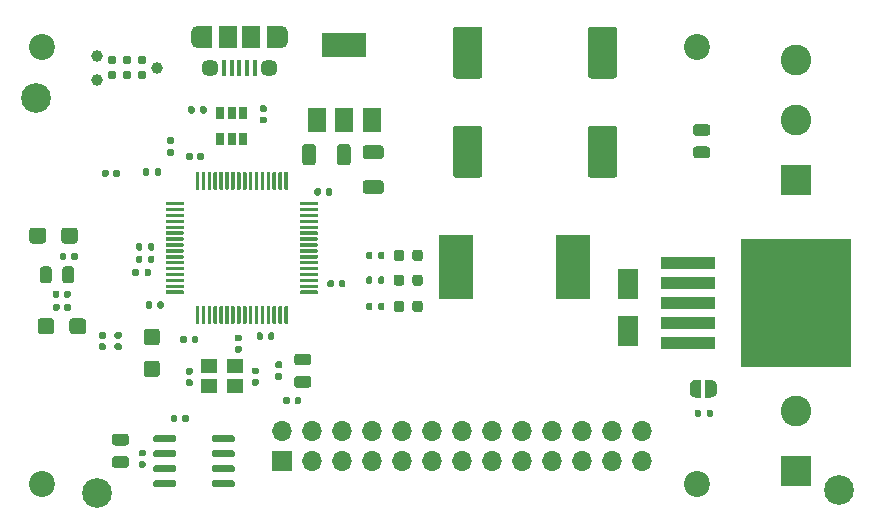
<source format=gbr>
%TF.GenerationSoftware,KiCad,Pcbnew,(5.1.9)-1*%
%TF.CreationDate,2022-08-25T12:46:07+02:00*%
%TF.ProjectId,electric_angle_actuator,656c6563-7472-4696-935f-616e676c655f,rev?*%
%TF.SameCoordinates,Original*%
%TF.FileFunction,Soldermask,Top*%
%TF.FilePolarity,Negative*%
%FSLAX46Y46*%
G04 Gerber Fmt 4.6, Leading zero omitted, Abs format (unit mm)*
G04 Created by KiCad (PCBNEW (5.1.9)-1) date 2022-08-25 12:46:07*
%MOMM*%
%LPD*%
G01*
G04 APERTURE LIST*
%ADD10C,2.520000*%
%ADD11R,1.200000X1.900000*%
%ADD12O,1.200000X1.900000*%
%ADD13R,1.500000X1.900000*%
%ADD14C,1.450000*%
%ADD15R,0.400000X1.350000*%
%ADD16O,1.700000X1.700000*%
%ADD17R,1.700000X1.700000*%
%ADD18C,2.200000*%
%ADD19R,1.500000X2.000000*%
%ADD20R,3.800000X2.000000*%
%ADD21R,9.400000X10.800000*%
%ADD22R,4.600000X1.100000*%
%ADD23R,2.900000X5.400000*%
%ADD24R,1.800000X2.500000*%
%ADD25C,0.100000*%
%ADD26R,1.400000X1.200000*%
%ADD27R,0.650000X1.060000*%
%ADD28C,0.787400*%
%ADD29C,0.990600*%
%ADD30R,2.600000X2.600000*%
%ADD31C,2.600000*%
G04 APERTURE END LIST*
D10*
%TO.C,REF\u002A\u002A*%
X196400000Y-98400000D03*
%TD*%
%TO.C,REF\u002A\u002A*%
X133600000Y-98600000D03*
%TD*%
%TO.C,REF\u002A\u002A*%
X128400000Y-65200000D03*
%TD*%
D11*
%TO.C,J1*%
X148543600Y-59976500D03*
X142743600Y-59976500D03*
D12*
X142143600Y-59976500D03*
X149143600Y-59976500D03*
D13*
X146643600Y-59976500D03*
D14*
X143143600Y-62676500D03*
D15*
X145643600Y-62676500D03*
X144993600Y-62676500D03*
X144343600Y-62676500D03*
X146943600Y-62676500D03*
X146293600Y-62676500D03*
D14*
X148143600Y-62676500D03*
D13*
X144643600Y-59976500D03*
%TD*%
%TO.C,FB1*%
G36*
G01*
X149143500Y-88075000D02*
X148798500Y-88075000D01*
G75*
G02*
X148651000Y-87927500I0J147500D01*
G01*
X148651000Y-87632500D01*
G75*
G02*
X148798500Y-87485000I147500J0D01*
G01*
X149143500Y-87485000D01*
G75*
G02*
X149291000Y-87632500I0J-147500D01*
G01*
X149291000Y-87927500D01*
G75*
G02*
X149143500Y-88075000I-147500J0D01*
G01*
G37*
G36*
G01*
X149143500Y-89045000D02*
X148798500Y-89045000D01*
G75*
G02*
X148651000Y-88897500I0J147500D01*
G01*
X148651000Y-88602500D01*
G75*
G02*
X148798500Y-88455000I147500J0D01*
G01*
X149143500Y-88455000D01*
G75*
G02*
X149291000Y-88602500I0J-147500D01*
G01*
X149291000Y-88897500D01*
G75*
G02*
X149143500Y-89045000I-147500J0D01*
G01*
G37*
%TD*%
%TO.C,C2*%
G36*
G01*
X185260000Y-68384000D02*
X184310000Y-68384000D01*
G75*
G02*
X184060000Y-68134000I0J250000D01*
G01*
X184060000Y-67634000D01*
G75*
G02*
X184310000Y-67384000I250000J0D01*
G01*
X185260000Y-67384000D01*
G75*
G02*
X185510000Y-67634000I0J-250000D01*
G01*
X185510000Y-68134000D01*
G75*
G02*
X185260000Y-68384000I-250000J0D01*
G01*
G37*
G36*
G01*
X185260000Y-70284000D02*
X184310000Y-70284000D01*
G75*
G02*
X184060000Y-70034000I0J250000D01*
G01*
X184060000Y-69534000D01*
G75*
G02*
X184310000Y-69284000I250000J0D01*
G01*
X185260000Y-69284000D01*
G75*
G02*
X185510000Y-69534000I0J-250000D01*
G01*
X185510000Y-70034000D01*
G75*
G02*
X185260000Y-70284000I-250000J0D01*
G01*
G37*
%TD*%
D16*
%TO.C,J2*%
X179768500Y-93345000D03*
X179768500Y-95885000D03*
X177228500Y-93345000D03*
X177228500Y-95885000D03*
X174688500Y-93345000D03*
X174688500Y-95885000D03*
X172148500Y-93345000D03*
X172148500Y-95885000D03*
X169608500Y-93345000D03*
X169608500Y-95885000D03*
X167068500Y-93345000D03*
X167068500Y-95885000D03*
X164528500Y-93345000D03*
X164528500Y-95885000D03*
X161988500Y-93345000D03*
X161988500Y-95885000D03*
X159448500Y-93345000D03*
X159448500Y-95885000D03*
X156908500Y-93345000D03*
X156908500Y-95885000D03*
X154368500Y-93345000D03*
X154368500Y-95885000D03*
X151828500Y-93345000D03*
X151828500Y-95885000D03*
X149288500Y-93345000D03*
D17*
X149288500Y-95885000D03*
%TD*%
%TO.C,R2*%
G36*
G01*
X137999500Y-71252500D02*
X137999500Y-71622500D01*
G75*
G02*
X137864500Y-71757500I-135000J0D01*
G01*
X137594500Y-71757500D01*
G75*
G02*
X137459500Y-71622500I0J135000D01*
G01*
X137459500Y-71252500D01*
G75*
G02*
X137594500Y-71117500I135000J0D01*
G01*
X137864500Y-71117500D01*
G75*
G02*
X137999500Y-71252500I0J-135000D01*
G01*
G37*
G36*
G01*
X139019500Y-71252500D02*
X139019500Y-71622500D01*
G75*
G02*
X138884500Y-71757500I-135000J0D01*
G01*
X138614500Y-71757500D01*
G75*
G02*
X138479500Y-71622500I0J135000D01*
G01*
X138479500Y-71252500D01*
G75*
G02*
X138614500Y-71117500I135000J0D01*
G01*
X138884500Y-71117500D01*
G75*
G02*
X139019500Y-71252500I0J-135000D01*
G01*
G37*
%TD*%
D18*
%TO.C,H4*%
X184400000Y-60900000D03*
%TD*%
%TO.C,H3*%
X184400000Y-97900000D03*
%TD*%
%TO.C,H2*%
X128900000Y-97900000D03*
%TD*%
%TO.C,H1*%
X128900000Y-60900000D03*
%TD*%
%TO.C,R7*%
G36*
G01*
X137131600Y-79774200D02*
X137131600Y-80144200D01*
G75*
G02*
X136996600Y-80279200I-135000J0D01*
G01*
X136726600Y-80279200D01*
G75*
G02*
X136591600Y-80144200I0J135000D01*
G01*
X136591600Y-79774200D01*
G75*
G02*
X136726600Y-79639200I135000J0D01*
G01*
X136996600Y-79639200D01*
G75*
G02*
X137131600Y-79774200I0J-135000D01*
G01*
G37*
G36*
G01*
X138151600Y-79774200D02*
X138151600Y-80144200D01*
G75*
G02*
X138016600Y-80279200I-135000J0D01*
G01*
X137746600Y-80279200D01*
G75*
G02*
X137611600Y-80144200I0J135000D01*
G01*
X137611600Y-79774200D01*
G75*
G02*
X137746600Y-79639200I135000J0D01*
G01*
X138016600Y-79639200D01*
G75*
G02*
X138151600Y-79774200I0J-135000D01*
G01*
G37*
%TD*%
%TO.C,R5*%
G36*
G01*
X137908000Y-79026600D02*
X137908000Y-78656600D01*
G75*
G02*
X138043000Y-78521600I135000J0D01*
G01*
X138313000Y-78521600D01*
G75*
G02*
X138448000Y-78656600I0J-135000D01*
G01*
X138448000Y-79026600D01*
G75*
G02*
X138313000Y-79161600I-135000J0D01*
G01*
X138043000Y-79161600D01*
G75*
G02*
X137908000Y-79026600I0J135000D01*
G01*
G37*
G36*
G01*
X136888000Y-79026600D02*
X136888000Y-78656600D01*
G75*
G02*
X137023000Y-78521600I135000J0D01*
G01*
X137293000Y-78521600D01*
G75*
G02*
X137428000Y-78656600I0J-135000D01*
G01*
X137428000Y-79026600D01*
G75*
G02*
X137293000Y-79161600I-135000J0D01*
G01*
X137023000Y-79161600D01*
G75*
G02*
X136888000Y-79026600I0J135000D01*
G01*
G37*
%TD*%
%TO.C,R4*%
G36*
G01*
X137908000Y-77959800D02*
X137908000Y-77589800D01*
G75*
G02*
X138043000Y-77454800I135000J0D01*
G01*
X138313000Y-77454800D01*
G75*
G02*
X138448000Y-77589800I0J-135000D01*
G01*
X138448000Y-77959800D01*
G75*
G02*
X138313000Y-78094800I-135000J0D01*
G01*
X138043000Y-78094800D01*
G75*
G02*
X137908000Y-77959800I0J135000D01*
G01*
G37*
G36*
G01*
X136888000Y-77959800D02*
X136888000Y-77589800D01*
G75*
G02*
X137023000Y-77454800I135000J0D01*
G01*
X137293000Y-77454800D01*
G75*
G02*
X137428000Y-77589800I0J-135000D01*
G01*
X137428000Y-77959800D01*
G75*
G02*
X137293000Y-78094800I-135000J0D01*
G01*
X137023000Y-78094800D01*
G75*
G02*
X136888000Y-77959800I0J135000D01*
G01*
G37*
%TD*%
%TO.C,R3*%
G36*
G01*
X139616600Y-69531200D02*
X139986600Y-69531200D01*
G75*
G02*
X140121600Y-69666200I0J-135000D01*
G01*
X140121600Y-69936200D01*
G75*
G02*
X139986600Y-70071200I-135000J0D01*
G01*
X139616600Y-70071200D01*
G75*
G02*
X139481600Y-69936200I0J135000D01*
G01*
X139481600Y-69666200D01*
G75*
G02*
X139616600Y-69531200I135000J0D01*
G01*
G37*
G36*
G01*
X139616600Y-68511200D02*
X139986600Y-68511200D01*
G75*
G02*
X140121600Y-68646200I0J-135000D01*
G01*
X140121600Y-68916200D01*
G75*
G02*
X139986600Y-69051200I-135000J0D01*
G01*
X139616600Y-69051200D01*
G75*
G02*
X139481600Y-68916200I0J135000D01*
G01*
X139481600Y-68646200D01*
G75*
G02*
X139616600Y-68511200I135000J0D01*
G01*
G37*
%TD*%
%TO.C,R6*%
G36*
G01*
X142327600Y-66377400D02*
X142327600Y-66007400D01*
G75*
G02*
X142462600Y-65872400I135000J0D01*
G01*
X142732600Y-65872400D01*
G75*
G02*
X142867600Y-66007400I0J-135000D01*
G01*
X142867600Y-66377400D01*
G75*
G02*
X142732600Y-66512400I-135000J0D01*
G01*
X142462600Y-66512400D01*
G75*
G02*
X142327600Y-66377400I0J135000D01*
G01*
G37*
G36*
G01*
X141307600Y-66377400D02*
X141307600Y-66007400D01*
G75*
G02*
X141442600Y-65872400I135000J0D01*
G01*
X141712600Y-65872400D01*
G75*
G02*
X141847600Y-66007400I0J-135000D01*
G01*
X141847600Y-66377400D01*
G75*
G02*
X141712600Y-66512400I-135000J0D01*
G01*
X141442600Y-66512400D01*
G75*
G02*
X141307600Y-66377400I0J135000D01*
G01*
G37*
%TD*%
%TO.C,C5*%
G36*
G01*
X136047500Y-94609500D02*
X135097500Y-94609500D01*
G75*
G02*
X134847500Y-94359500I0J250000D01*
G01*
X134847500Y-93859500D01*
G75*
G02*
X135097500Y-93609500I250000J0D01*
G01*
X136047500Y-93609500D01*
G75*
G02*
X136297500Y-93859500I0J-250000D01*
G01*
X136297500Y-94359500D01*
G75*
G02*
X136047500Y-94609500I-250000J0D01*
G01*
G37*
G36*
G01*
X136047500Y-96509500D02*
X135097500Y-96509500D01*
G75*
G02*
X134847500Y-96259500I0J250000D01*
G01*
X134847500Y-95759500D01*
G75*
G02*
X135097500Y-95509500I250000J0D01*
G01*
X136047500Y-95509500D01*
G75*
G02*
X136297500Y-95759500I0J-250000D01*
G01*
X136297500Y-96259500D01*
G75*
G02*
X136047500Y-96509500I-250000J0D01*
G01*
G37*
%TD*%
%TO.C,C3*%
G36*
G01*
X137244000Y-95930000D02*
X137584000Y-95930000D01*
G75*
G02*
X137724000Y-96070000I0J-140000D01*
G01*
X137724000Y-96350000D01*
G75*
G02*
X137584000Y-96490000I-140000J0D01*
G01*
X137244000Y-96490000D01*
G75*
G02*
X137104000Y-96350000I0J140000D01*
G01*
X137104000Y-96070000D01*
G75*
G02*
X137244000Y-95930000I140000J0D01*
G01*
G37*
G36*
G01*
X137244000Y-94970000D02*
X137584000Y-94970000D01*
G75*
G02*
X137724000Y-95110000I0J-140000D01*
G01*
X137724000Y-95390000D01*
G75*
G02*
X137584000Y-95530000I-140000J0D01*
G01*
X137244000Y-95530000D01*
G75*
G02*
X137104000Y-95390000I0J140000D01*
G01*
X137104000Y-95110000D01*
G75*
G02*
X137244000Y-94970000I140000J0D01*
G01*
G37*
%TD*%
%TO.C,C1*%
G36*
G01*
X140389000Y-92159000D02*
X140389000Y-92499000D01*
G75*
G02*
X140249000Y-92639000I-140000J0D01*
G01*
X139969000Y-92639000D01*
G75*
G02*
X139829000Y-92499000I0J140000D01*
G01*
X139829000Y-92159000D01*
G75*
G02*
X139969000Y-92019000I140000J0D01*
G01*
X140249000Y-92019000D01*
G75*
G02*
X140389000Y-92159000I0J-140000D01*
G01*
G37*
G36*
G01*
X141349000Y-92159000D02*
X141349000Y-92499000D01*
G75*
G02*
X141209000Y-92639000I-140000J0D01*
G01*
X140929000Y-92639000D01*
G75*
G02*
X140789000Y-92499000I0J140000D01*
G01*
X140789000Y-92159000D01*
G75*
G02*
X140929000Y-92019000I140000J0D01*
G01*
X141209000Y-92019000D01*
G75*
G02*
X141349000Y-92159000I0J-140000D01*
G01*
G37*
%TD*%
D19*
%TO.C,U5*%
X152233600Y-67031000D03*
X156833600Y-67031000D03*
X154533600Y-67031000D03*
D20*
X154533600Y-60731000D03*
%TD*%
%TO.C,C17*%
G36*
G01*
X153909600Y-70627001D02*
X153909600Y-69326999D01*
G75*
G02*
X154159599Y-69077000I249999J0D01*
G01*
X154809601Y-69077000D01*
G75*
G02*
X155059600Y-69326999I0J-249999D01*
G01*
X155059600Y-70627001D01*
G75*
G02*
X154809601Y-70877000I-249999J0D01*
G01*
X154159599Y-70877000D01*
G75*
G02*
X153909600Y-70627001I0J249999D01*
G01*
G37*
G36*
G01*
X150959600Y-70627001D02*
X150959600Y-69326999D01*
G75*
G02*
X151209599Y-69077000I249999J0D01*
G01*
X151859601Y-69077000D01*
G75*
G02*
X152109600Y-69326999I0J-249999D01*
G01*
X152109600Y-70627001D01*
G75*
G02*
X151859601Y-70877000I-249999J0D01*
G01*
X151209599Y-70877000D01*
G75*
G02*
X150959600Y-70627001I0J249999D01*
G01*
G37*
%TD*%
%TO.C,C16*%
G36*
G01*
X157622001Y-73297000D02*
X156321999Y-73297000D01*
G75*
G02*
X156072000Y-73047001I0J249999D01*
G01*
X156072000Y-72396999D01*
G75*
G02*
X156321999Y-72147000I249999J0D01*
G01*
X157622001Y-72147000D01*
G75*
G02*
X157872000Y-72396999I0J-249999D01*
G01*
X157872000Y-73047001D01*
G75*
G02*
X157622001Y-73297000I-249999J0D01*
G01*
G37*
G36*
G01*
X157622001Y-70347000D02*
X156321999Y-70347000D01*
G75*
G02*
X156072000Y-70097001I0J249999D01*
G01*
X156072000Y-69446999D01*
G75*
G02*
X156321999Y-69197000I249999J0D01*
G01*
X157622001Y-69197000D01*
G75*
G02*
X157872000Y-69446999I0J-249999D01*
G01*
X157872000Y-70097001D01*
G75*
G02*
X157622001Y-70347000I-249999J0D01*
G01*
G37*
%TD*%
%TO.C,C18*%
G36*
G01*
X147834000Y-66361800D02*
X147494000Y-66361800D01*
G75*
G02*
X147354000Y-66221800I0J140000D01*
G01*
X147354000Y-65941800D01*
G75*
G02*
X147494000Y-65801800I140000J0D01*
G01*
X147834000Y-65801800D01*
G75*
G02*
X147974000Y-65941800I0J-140000D01*
G01*
X147974000Y-66221800D01*
G75*
G02*
X147834000Y-66361800I-140000J0D01*
G01*
G37*
G36*
G01*
X147834000Y-67321800D02*
X147494000Y-67321800D01*
G75*
G02*
X147354000Y-67181800I0J140000D01*
G01*
X147354000Y-66901800D01*
G75*
G02*
X147494000Y-66761800I140000J0D01*
G01*
X147834000Y-66761800D01*
G75*
G02*
X147974000Y-66901800I0J-140000D01*
G01*
X147974000Y-67181800D01*
G75*
G02*
X147834000Y-67321800I-140000J0D01*
G01*
G37*
%TD*%
D21*
%TO.C,U2*%
X192786000Y-82550000D03*
D22*
X183636000Y-85950000D03*
X183636000Y-84250000D03*
X183636000Y-82550000D03*
X183636000Y-80850000D03*
X183636000Y-79150000D03*
%TD*%
D23*
%TO.C,L1*%
X163960000Y-79502000D03*
X173860000Y-79502000D03*
%TD*%
D24*
%TO.C,D1*%
X178562000Y-84931000D03*
X178562000Y-80931000D03*
%TD*%
%TO.C,C13*%
G36*
G01*
X165973000Y-63532000D02*
X163973000Y-63532000D01*
G75*
G02*
X163723000Y-63282000I0J250000D01*
G01*
X163723000Y-59382000D01*
G75*
G02*
X163973000Y-59132000I250000J0D01*
G01*
X165973000Y-59132000D01*
G75*
G02*
X166223000Y-59382000I0J-250000D01*
G01*
X166223000Y-63282000D01*
G75*
G02*
X165973000Y-63532000I-250000J0D01*
G01*
G37*
G36*
G01*
X165973000Y-71932000D02*
X163973000Y-71932000D01*
G75*
G02*
X163723000Y-71682000I0J250000D01*
G01*
X163723000Y-67782000D01*
G75*
G02*
X163973000Y-67532000I250000J0D01*
G01*
X165973000Y-67532000D01*
G75*
G02*
X166223000Y-67782000I0J-250000D01*
G01*
X166223000Y-71682000D01*
G75*
G02*
X165973000Y-71932000I-250000J0D01*
G01*
G37*
%TD*%
%TO.C,C4*%
G36*
G01*
X177390000Y-63532000D02*
X175390000Y-63532000D01*
G75*
G02*
X175140000Y-63282000I0J250000D01*
G01*
X175140000Y-59382000D01*
G75*
G02*
X175390000Y-59132000I250000J0D01*
G01*
X177390000Y-59132000D01*
G75*
G02*
X177640000Y-59382000I0J-250000D01*
G01*
X177640000Y-63282000D01*
G75*
G02*
X177390000Y-63532000I-250000J0D01*
G01*
G37*
G36*
G01*
X177390000Y-71932000D02*
X175390000Y-71932000D01*
G75*
G02*
X175140000Y-71682000I0J250000D01*
G01*
X175140000Y-67782000D01*
G75*
G02*
X175390000Y-67532000I250000J0D01*
G01*
X177390000Y-67532000D01*
G75*
G02*
X177640000Y-67782000I0J-250000D01*
G01*
X177640000Y-71682000D01*
G75*
G02*
X177390000Y-71932000I-250000J0D01*
G01*
G37*
%TD*%
D25*
%TO.C,JP1*%
G36*
X184262000Y-90538398D02*
G01*
X184237466Y-90538398D01*
X184188635Y-90533588D01*
X184140510Y-90524016D01*
X184093555Y-90509772D01*
X184048222Y-90490995D01*
X184004949Y-90467864D01*
X183964150Y-90440604D01*
X183926221Y-90409476D01*
X183891524Y-90374779D01*
X183860396Y-90336850D01*
X183833136Y-90296051D01*
X183810005Y-90252778D01*
X183791228Y-90207445D01*
X183776984Y-90160490D01*
X183767412Y-90112365D01*
X183762602Y-90063534D01*
X183762602Y-90039000D01*
X183762000Y-90039000D01*
X183762000Y-89539000D01*
X183762602Y-89539000D01*
X183762602Y-89514466D01*
X183767412Y-89465635D01*
X183776984Y-89417510D01*
X183791228Y-89370555D01*
X183810005Y-89325222D01*
X183833136Y-89281949D01*
X183860396Y-89241150D01*
X183891524Y-89203221D01*
X183926221Y-89168524D01*
X183964150Y-89137396D01*
X184004949Y-89110136D01*
X184048222Y-89087005D01*
X184093555Y-89068228D01*
X184140510Y-89053984D01*
X184188635Y-89044412D01*
X184237466Y-89039602D01*
X184262000Y-89039602D01*
X184262000Y-89039000D01*
X184762000Y-89039000D01*
X184762000Y-90539000D01*
X184262000Y-90539000D01*
X184262000Y-90538398D01*
G37*
G36*
X185062000Y-89039000D02*
G01*
X185562000Y-89039000D01*
X185562000Y-89039602D01*
X185586534Y-89039602D01*
X185635365Y-89044412D01*
X185683490Y-89053984D01*
X185730445Y-89068228D01*
X185775778Y-89087005D01*
X185819051Y-89110136D01*
X185859850Y-89137396D01*
X185897779Y-89168524D01*
X185932476Y-89203221D01*
X185963604Y-89241150D01*
X185990864Y-89281949D01*
X186013995Y-89325222D01*
X186032772Y-89370555D01*
X186047016Y-89417510D01*
X186056588Y-89465635D01*
X186061398Y-89514466D01*
X186061398Y-89539000D01*
X186062000Y-89539000D01*
X186062000Y-90039000D01*
X186061398Y-90039000D01*
X186061398Y-90063534D01*
X186056588Y-90112365D01*
X186047016Y-90160490D01*
X186032772Y-90207445D01*
X186013995Y-90252778D01*
X185990864Y-90296051D01*
X185963604Y-90336850D01*
X185932476Y-90374779D01*
X185897779Y-90409476D01*
X185859850Y-90440604D01*
X185819051Y-90467864D01*
X185775778Y-90490995D01*
X185730445Y-90509772D01*
X185683490Y-90524016D01*
X185635365Y-90533588D01*
X185586534Y-90538398D01*
X185562000Y-90538398D01*
X185562000Y-90539000D01*
X185062000Y-90539000D01*
X185062000Y-89039000D01*
G37*
%TD*%
%TO.C,R1*%
G36*
G01*
X184735500Y-91699500D02*
X184735500Y-92069500D01*
G75*
G02*
X184600500Y-92204500I-135000J0D01*
G01*
X184330500Y-92204500D01*
G75*
G02*
X184195500Y-92069500I0J135000D01*
G01*
X184195500Y-91699500D01*
G75*
G02*
X184330500Y-91564500I135000J0D01*
G01*
X184600500Y-91564500D01*
G75*
G02*
X184735500Y-91699500I0J-135000D01*
G01*
G37*
G36*
G01*
X185755500Y-91699500D02*
X185755500Y-92069500D01*
G75*
G02*
X185620500Y-92204500I-135000J0D01*
G01*
X185350500Y-92204500D01*
G75*
G02*
X185215500Y-92069500I0J135000D01*
G01*
X185215500Y-91699500D01*
G75*
G02*
X185350500Y-91564500I135000J0D01*
G01*
X185620500Y-91564500D01*
G75*
G02*
X185755500Y-91699500I0J-135000D01*
G01*
G37*
%TD*%
%TO.C,C23*%
G36*
G01*
X146819800Y-88970400D02*
X147159800Y-88970400D01*
G75*
G02*
X147299800Y-89110400I0J-140000D01*
G01*
X147299800Y-89390400D01*
G75*
G02*
X147159800Y-89530400I-140000J0D01*
G01*
X146819800Y-89530400D01*
G75*
G02*
X146679800Y-89390400I0J140000D01*
G01*
X146679800Y-89110400D01*
G75*
G02*
X146819800Y-88970400I140000J0D01*
G01*
G37*
G36*
G01*
X146819800Y-88010400D02*
X147159800Y-88010400D01*
G75*
G02*
X147299800Y-88150400I0J-140000D01*
G01*
X147299800Y-88430400D01*
G75*
G02*
X147159800Y-88570400I-140000J0D01*
G01*
X146819800Y-88570400D01*
G75*
G02*
X146679800Y-88430400I0J140000D01*
G01*
X146679800Y-88150400D01*
G75*
G02*
X146819800Y-88010400I140000J0D01*
G01*
G37*
%TD*%
%TO.C,C21*%
G36*
G01*
X141571800Y-88598400D02*
X141231800Y-88598400D01*
G75*
G02*
X141091800Y-88458400I0J140000D01*
G01*
X141091800Y-88178400D01*
G75*
G02*
X141231800Y-88038400I140000J0D01*
G01*
X141571800Y-88038400D01*
G75*
G02*
X141711800Y-88178400I0J-140000D01*
G01*
X141711800Y-88458400D01*
G75*
G02*
X141571800Y-88598400I-140000J0D01*
G01*
G37*
G36*
G01*
X141571800Y-89558400D02*
X141231800Y-89558400D01*
G75*
G02*
X141091800Y-89418400I0J140000D01*
G01*
X141091800Y-89138400D01*
G75*
G02*
X141231800Y-88998400I140000J0D01*
G01*
X141571800Y-88998400D01*
G75*
G02*
X141711800Y-89138400I0J-140000D01*
G01*
X141711800Y-89418400D01*
G75*
G02*
X141571800Y-89558400I-140000J0D01*
G01*
G37*
%TD*%
%TO.C,C30*%
G36*
G01*
X149914000Y-90635000D02*
X149914000Y-90975000D01*
G75*
G02*
X149774000Y-91115000I-140000J0D01*
G01*
X149494000Y-91115000D01*
G75*
G02*
X149354000Y-90975000I0J140000D01*
G01*
X149354000Y-90635000D01*
G75*
G02*
X149494000Y-90495000I140000J0D01*
G01*
X149774000Y-90495000D01*
G75*
G02*
X149914000Y-90635000I0J-140000D01*
G01*
G37*
G36*
G01*
X150874000Y-90635000D02*
X150874000Y-90975000D01*
G75*
G02*
X150734000Y-91115000I-140000J0D01*
G01*
X150454000Y-91115000D01*
G75*
G02*
X150314000Y-90975000I0J140000D01*
G01*
X150314000Y-90635000D01*
G75*
G02*
X150454000Y-90495000I140000J0D01*
G01*
X150734000Y-90495000D01*
G75*
G02*
X150874000Y-90635000I0J-140000D01*
G01*
G37*
%TD*%
%TO.C,C29*%
G36*
G01*
X148056000Y-85514000D02*
X148056000Y-85174000D01*
G75*
G02*
X148196000Y-85034000I140000J0D01*
G01*
X148476000Y-85034000D01*
G75*
G02*
X148616000Y-85174000I0J-140000D01*
G01*
X148616000Y-85514000D01*
G75*
G02*
X148476000Y-85654000I-140000J0D01*
G01*
X148196000Y-85654000D01*
G75*
G02*
X148056000Y-85514000I0J140000D01*
G01*
G37*
G36*
G01*
X147096000Y-85514000D02*
X147096000Y-85174000D01*
G75*
G02*
X147236000Y-85034000I140000J0D01*
G01*
X147516000Y-85034000D01*
G75*
G02*
X147656000Y-85174000I0J-140000D01*
G01*
X147656000Y-85514000D01*
G75*
G02*
X147516000Y-85654000I-140000J0D01*
G01*
X147236000Y-85654000D01*
G75*
G02*
X147096000Y-85514000I0J140000D01*
G01*
G37*
%TD*%
%TO.C,C27*%
G36*
G01*
X141601800Y-85793400D02*
X141601800Y-85453400D01*
G75*
G02*
X141741800Y-85313400I140000J0D01*
G01*
X142021800Y-85313400D01*
G75*
G02*
X142161800Y-85453400I0J-140000D01*
G01*
X142161800Y-85793400D01*
G75*
G02*
X142021800Y-85933400I-140000J0D01*
G01*
X141741800Y-85933400D01*
G75*
G02*
X141601800Y-85793400I0J140000D01*
G01*
G37*
G36*
G01*
X140641800Y-85793400D02*
X140641800Y-85453400D01*
G75*
G02*
X140781800Y-85313400I140000J0D01*
G01*
X141061800Y-85313400D01*
G75*
G02*
X141201800Y-85453400I0J-140000D01*
G01*
X141201800Y-85793400D01*
G75*
G02*
X141061800Y-85933400I-140000J0D01*
G01*
X140781800Y-85933400D01*
G75*
G02*
X140641800Y-85793400I0J140000D01*
G01*
G37*
%TD*%
%TO.C,C26*%
G36*
G01*
X153660500Y-80729000D02*
X153660500Y-81069000D01*
G75*
G02*
X153520500Y-81209000I-140000J0D01*
G01*
X153240500Y-81209000D01*
G75*
G02*
X153100500Y-81069000I0J140000D01*
G01*
X153100500Y-80729000D01*
G75*
G02*
X153240500Y-80589000I140000J0D01*
G01*
X153520500Y-80589000D01*
G75*
G02*
X153660500Y-80729000I0J-140000D01*
G01*
G37*
G36*
G01*
X154620500Y-80729000D02*
X154620500Y-81069000D01*
G75*
G02*
X154480500Y-81209000I-140000J0D01*
G01*
X154200500Y-81209000D01*
G75*
G02*
X154060500Y-81069000I0J140000D01*
G01*
X154060500Y-80729000D01*
G75*
G02*
X154200500Y-80589000I140000J0D01*
G01*
X154480500Y-80589000D01*
G75*
G02*
X154620500Y-80729000I0J-140000D01*
G01*
G37*
%TD*%
%TO.C,C25*%
G36*
G01*
X145712000Y-85779000D02*
X145372000Y-85779000D01*
G75*
G02*
X145232000Y-85639000I0J140000D01*
G01*
X145232000Y-85359000D01*
G75*
G02*
X145372000Y-85219000I140000J0D01*
G01*
X145712000Y-85219000D01*
G75*
G02*
X145852000Y-85359000I0J-140000D01*
G01*
X145852000Y-85639000D01*
G75*
G02*
X145712000Y-85779000I-140000J0D01*
G01*
G37*
G36*
G01*
X145712000Y-86739000D02*
X145372000Y-86739000D01*
G75*
G02*
X145232000Y-86599000I0J140000D01*
G01*
X145232000Y-86319000D01*
G75*
G02*
X145372000Y-86179000I140000J0D01*
G01*
X145712000Y-86179000D01*
G75*
G02*
X145852000Y-86319000I0J-140000D01*
G01*
X145852000Y-86599000D01*
G75*
G02*
X145712000Y-86739000I-140000J0D01*
G01*
G37*
%TD*%
%TO.C,C24*%
G36*
G01*
X152555600Y-72956600D02*
X152555600Y-73296600D01*
G75*
G02*
X152415600Y-73436600I-140000J0D01*
G01*
X152135600Y-73436600D01*
G75*
G02*
X151995600Y-73296600I0J140000D01*
G01*
X151995600Y-72956600D01*
G75*
G02*
X152135600Y-72816600I140000J0D01*
G01*
X152415600Y-72816600D01*
G75*
G02*
X152555600Y-72956600I0J-140000D01*
G01*
G37*
G36*
G01*
X153515600Y-72956600D02*
X153515600Y-73296600D01*
G75*
G02*
X153375600Y-73436600I-140000J0D01*
G01*
X153095600Y-73436600D01*
G75*
G02*
X152955600Y-73296600I0J140000D01*
G01*
X152955600Y-72956600D01*
G75*
G02*
X153095600Y-72816600I140000J0D01*
G01*
X153375600Y-72816600D01*
G75*
G02*
X153515600Y-72956600I0J-140000D01*
G01*
G37*
%TD*%
%TO.C,C22*%
G36*
G01*
X141681800Y-69959400D02*
X141681800Y-70299400D01*
G75*
G02*
X141541800Y-70439400I-140000J0D01*
G01*
X141261800Y-70439400D01*
G75*
G02*
X141121800Y-70299400I0J140000D01*
G01*
X141121800Y-69959400D01*
G75*
G02*
X141261800Y-69819400I140000J0D01*
G01*
X141541800Y-69819400D01*
G75*
G02*
X141681800Y-69959400I0J-140000D01*
G01*
G37*
G36*
G01*
X142641800Y-69959400D02*
X142641800Y-70299400D01*
G75*
G02*
X142501800Y-70439400I-140000J0D01*
G01*
X142221800Y-70439400D01*
G75*
G02*
X142081800Y-70299400I0J140000D01*
G01*
X142081800Y-69959400D01*
G75*
G02*
X142221800Y-69819400I140000J0D01*
G01*
X142501800Y-69819400D01*
G75*
G02*
X142641800Y-69959400I0J-140000D01*
G01*
G37*
%TD*%
%TO.C,C20*%
G36*
G01*
X138680800Y-82872400D02*
X138680800Y-82532400D01*
G75*
G02*
X138820800Y-82392400I140000J0D01*
G01*
X139100800Y-82392400D01*
G75*
G02*
X139240800Y-82532400I0J-140000D01*
G01*
X139240800Y-82872400D01*
G75*
G02*
X139100800Y-83012400I-140000J0D01*
G01*
X138820800Y-83012400D01*
G75*
G02*
X138680800Y-82872400I0J140000D01*
G01*
G37*
G36*
G01*
X137720800Y-82872400D02*
X137720800Y-82532400D01*
G75*
G02*
X137860800Y-82392400I140000J0D01*
G01*
X138140800Y-82392400D01*
G75*
G02*
X138280800Y-82532400I0J-140000D01*
G01*
X138280800Y-82872400D01*
G75*
G02*
X138140800Y-83012400I-140000J0D01*
G01*
X137860800Y-83012400D01*
G75*
G02*
X137720800Y-82872400I0J140000D01*
G01*
G37*
%TD*%
%TO.C,C14*%
G36*
G01*
X130820000Y-83080000D02*
X130820000Y-82740000D01*
G75*
G02*
X130960000Y-82600000I140000J0D01*
G01*
X131240000Y-82600000D01*
G75*
G02*
X131380000Y-82740000I0J-140000D01*
G01*
X131380000Y-83080000D01*
G75*
G02*
X131240000Y-83220000I-140000J0D01*
G01*
X130960000Y-83220000D01*
G75*
G02*
X130820000Y-83080000I0J140000D01*
G01*
G37*
G36*
G01*
X129860000Y-83080000D02*
X129860000Y-82740000D01*
G75*
G02*
X130000000Y-82600000I140000J0D01*
G01*
X130280000Y-82600000D01*
G75*
G02*
X130420000Y-82740000I0J-140000D01*
G01*
X130420000Y-83080000D01*
G75*
G02*
X130280000Y-83220000I-140000J0D01*
G01*
X130000000Y-83220000D01*
G75*
G02*
X129860000Y-83080000I0J140000D01*
G01*
G37*
%TD*%
%TO.C,C12*%
G36*
G01*
X134570000Y-71390000D02*
X134570000Y-71730000D01*
G75*
G02*
X134430000Y-71870000I-140000J0D01*
G01*
X134150000Y-71870000D01*
G75*
G02*
X134010000Y-71730000I0J140000D01*
G01*
X134010000Y-71390000D01*
G75*
G02*
X134150000Y-71250000I140000J0D01*
G01*
X134430000Y-71250000D01*
G75*
G02*
X134570000Y-71390000I0J-140000D01*
G01*
G37*
G36*
G01*
X135530000Y-71390000D02*
X135530000Y-71730000D01*
G75*
G02*
X135390000Y-71870000I-140000J0D01*
G01*
X135110000Y-71870000D01*
G75*
G02*
X134970000Y-71730000I0J140000D01*
G01*
X134970000Y-71390000D01*
G75*
G02*
X135110000Y-71250000I140000J0D01*
G01*
X135390000Y-71250000D01*
G75*
G02*
X135530000Y-71390000I0J-140000D01*
G01*
G37*
%TD*%
%TO.C,C9*%
G36*
G01*
X133870000Y-85960000D02*
X134210000Y-85960000D01*
G75*
G02*
X134350000Y-86100000I0J-140000D01*
G01*
X134350000Y-86380000D01*
G75*
G02*
X134210000Y-86520000I-140000J0D01*
G01*
X133870000Y-86520000D01*
G75*
G02*
X133730000Y-86380000I0J140000D01*
G01*
X133730000Y-86100000D01*
G75*
G02*
X133870000Y-85960000I140000J0D01*
G01*
G37*
G36*
G01*
X133870000Y-85000000D02*
X134210000Y-85000000D01*
G75*
G02*
X134350000Y-85140000I0J-140000D01*
G01*
X134350000Y-85420000D01*
G75*
G02*
X134210000Y-85560000I-140000J0D01*
G01*
X133870000Y-85560000D01*
G75*
G02*
X133730000Y-85420000I0J140000D01*
G01*
X133730000Y-85140000D01*
G75*
G02*
X133870000Y-85000000I140000J0D01*
G01*
G37*
%TD*%
%TO.C,C8*%
G36*
G01*
X130790000Y-81960000D02*
X130790000Y-81620000D01*
G75*
G02*
X130930000Y-81480000I140000J0D01*
G01*
X131210000Y-81480000D01*
G75*
G02*
X131350000Y-81620000I0J-140000D01*
G01*
X131350000Y-81960000D01*
G75*
G02*
X131210000Y-82100000I-140000J0D01*
G01*
X130930000Y-82100000D01*
G75*
G02*
X130790000Y-81960000I0J140000D01*
G01*
G37*
G36*
G01*
X129830000Y-81960000D02*
X129830000Y-81620000D01*
G75*
G02*
X129970000Y-81480000I140000J0D01*
G01*
X130250000Y-81480000D01*
G75*
G02*
X130390000Y-81620000I0J-140000D01*
G01*
X130390000Y-81960000D01*
G75*
G02*
X130250000Y-82100000I-140000J0D01*
G01*
X129970000Y-82100000D01*
G75*
G02*
X129830000Y-81960000I0J140000D01*
G01*
G37*
%TD*%
%TO.C,C7*%
G36*
G01*
X131388400Y-78776600D02*
X131388400Y-78436600D01*
G75*
G02*
X131528400Y-78296600I140000J0D01*
G01*
X131808400Y-78296600D01*
G75*
G02*
X131948400Y-78436600I0J-140000D01*
G01*
X131948400Y-78776600D01*
G75*
G02*
X131808400Y-78916600I-140000J0D01*
G01*
X131528400Y-78916600D01*
G75*
G02*
X131388400Y-78776600I0J140000D01*
G01*
G37*
G36*
G01*
X130428400Y-78776600D02*
X130428400Y-78436600D01*
G75*
G02*
X130568400Y-78296600I140000J0D01*
G01*
X130848400Y-78296600D01*
G75*
G02*
X130988400Y-78436600I0J-140000D01*
G01*
X130988400Y-78776600D01*
G75*
G02*
X130848400Y-78916600I-140000J0D01*
G01*
X130568400Y-78916600D01*
G75*
G02*
X130428400Y-78776600I0J140000D01*
G01*
G37*
%TD*%
%TO.C,C6*%
G36*
G01*
X135210000Y-85960000D02*
X135550000Y-85960000D01*
G75*
G02*
X135690000Y-86100000I0J-140000D01*
G01*
X135690000Y-86380000D01*
G75*
G02*
X135550000Y-86520000I-140000J0D01*
G01*
X135210000Y-86520000D01*
G75*
G02*
X135070000Y-86380000I0J140000D01*
G01*
X135070000Y-86100000D01*
G75*
G02*
X135210000Y-85960000I140000J0D01*
G01*
G37*
G36*
G01*
X135210000Y-85000000D02*
X135550000Y-85000000D01*
G75*
G02*
X135690000Y-85140000I0J-140000D01*
G01*
X135690000Y-85420000D01*
G75*
G02*
X135550000Y-85560000I-140000J0D01*
G01*
X135210000Y-85560000D01*
G75*
G02*
X135070000Y-85420000I0J140000D01*
G01*
X135070000Y-85140000D01*
G75*
G02*
X135210000Y-85000000I140000J0D01*
G01*
G37*
%TD*%
D26*
%TO.C,Y1*%
X143052800Y-87860400D03*
X145252800Y-87860400D03*
X145252800Y-89560400D03*
X143052800Y-89560400D03*
%TD*%
D27*
%TO.C,U4*%
X144983200Y-66438600D03*
X144033200Y-66438600D03*
X145933200Y-66438600D03*
X145933200Y-68638600D03*
X144983200Y-68638600D03*
X144033200Y-68638600D03*
%TD*%
%TO.C,U1*%
G36*
G01*
X143308200Y-94180800D02*
X143308200Y-93880800D01*
G75*
G02*
X143458200Y-93730800I150000J0D01*
G01*
X145108200Y-93730800D01*
G75*
G02*
X145258200Y-93880800I0J-150000D01*
G01*
X145258200Y-94180800D01*
G75*
G02*
X145108200Y-94330800I-150000J0D01*
G01*
X143458200Y-94330800D01*
G75*
G02*
X143308200Y-94180800I0J150000D01*
G01*
G37*
G36*
G01*
X143308200Y-95450800D02*
X143308200Y-95150800D01*
G75*
G02*
X143458200Y-95000800I150000J0D01*
G01*
X145108200Y-95000800D01*
G75*
G02*
X145258200Y-95150800I0J-150000D01*
G01*
X145258200Y-95450800D01*
G75*
G02*
X145108200Y-95600800I-150000J0D01*
G01*
X143458200Y-95600800D01*
G75*
G02*
X143308200Y-95450800I0J150000D01*
G01*
G37*
G36*
G01*
X143308200Y-96720800D02*
X143308200Y-96420800D01*
G75*
G02*
X143458200Y-96270800I150000J0D01*
G01*
X145108200Y-96270800D01*
G75*
G02*
X145258200Y-96420800I0J-150000D01*
G01*
X145258200Y-96720800D01*
G75*
G02*
X145108200Y-96870800I-150000J0D01*
G01*
X143458200Y-96870800D01*
G75*
G02*
X143308200Y-96720800I0J150000D01*
G01*
G37*
G36*
G01*
X143308200Y-97990800D02*
X143308200Y-97690800D01*
G75*
G02*
X143458200Y-97540800I150000J0D01*
G01*
X145108200Y-97540800D01*
G75*
G02*
X145258200Y-97690800I0J-150000D01*
G01*
X145258200Y-97990800D01*
G75*
G02*
X145108200Y-98140800I-150000J0D01*
G01*
X143458200Y-98140800D01*
G75*
G02*
X143308200Y-97990800I0J150000D01*
G01*
G37*
G36*
G01*
X138358200Y-97990800D02*
X138358200Y-97690800D01*
G75*
G02*
X138508200Y-97540800I150000J0D01*
G01*
X140158200Y-97540800D01*
G75*
G02*
X140308200Y-97690800I0J-150000D01*
G01*
X140308200Y-97990800D01*
G75*
G02*
X140158200Y-98140800I-150000J0D01*
G01*
X138508200Y-98140800D01*
G75*
G02*
X138358200Y-97990800I0J150000D01*
G01*
G37*
G36*
G01*
X138358200Y-96720800D02*
X138358200Y-96420800D01*
G75*
G02*
X138508200Y-96270800I150000J0D01*
G01*
X140158200Y-96270800D01*
G75*
G02*
X140308200Y-96420800I0J-150000D01*
G01*
X140308200Y-96720800D01*
G75*
G02*
X140158200Y-96870800I-150000J0D01*
G01*
X138508200Y-96870800D01*
G75*
G02*
X138358200Y-96720800I0J150000D01*
G01*
G37*
G36*
G01*
X138358200Y-95450800D02*
X138358200Y-95150800D01*
G75*
G02*
X138508200Y-95000800I150000J0D01*
G01*
X140158200Y-95000800D01*
G75*
G02*
X140308200Y-95150800I0J-150000D01*
G01*
X140308200Y-95450800D01*
G75*
G02*
X140158200Y-95600800I-150000J0D01*
G01*
X138508200Y-95600800D01*
G75*
G02*
X138358200Y-95450800I0J150000D01*
G01*
G37*
G36*
G01*
X138358200Y-94180800D02*
X138358200Y-93880800D01*
G75*
G02*
X138508200Y-93730800I150000J0D01*
G01*
X140158200Y-93730800D01*
G75*
G02*
X140308200Y-93880800I0J-150000D01*
G01*
X140308200Y-94180800D01*
G75*
G02*
X140158200Y-94330800I-150000J0D01*
G01*
X138508200Y-94330800D01*
G75*
G02*
X138358200Y-94180800I0J150000D01*
G01*
G37*
%TD*%
D28*
%TO.C,J3*%
X134874000Y-63246000D03*
X134874000Y-61976000D03*
X136144000Y-63246000D03*
X136144000Y-61976000D03*
X137414000Y-63246000D03*
X137414000Y-61976000D03*
D29*
X138684000Y-62611000D03*
X133604000Y-61595000D03*
X133604000Y-63627000D03*
%TD*%
%TO.C,U6*%
G36*
G01*
X140871800Y-81776400D02*
X139471800Y-81776400D01*
G75*
G02*
X139396800Y-81701400I0J75000D01*
G01*
X139396800Y-81551400D01*
G75*
G02*
X139471800Y-81476400I75000J0D01*
G01*
X140871800Y-81476400D01*
G75*
G02*
X140946800Y-81551400I0J-75000D01*
G01*
X140946800Y-81701400D01*
G75*
G02*
X140871800Y-81776400I-75000J0D01*
G01*
G37*
G36*
G01*
X140871800Y-81276400D02*
X139471800Y-81276400D01*
G75*
G02*
X139396800Y-81201400I0J75000D01*
G01*
X139396800Y-81051400D01*
G75*
G02*
X139471800Y-80976400I75000J0D01*
G01*
X140871800Y-80976400D01*
G75*
G02*
X140946800Y-81051400I0J-75000D01*
G01*
X140946800Y-81201400D01*
G75*
G02*
X140871800Y-81276400I-75000J0D01*
G01*
G37*
G36*
G01*
X140871800Y-80776400D02*
X139471800Y-80776400D01*
G75*
G02*
X139396800Y-80701400I0J75000D01*
G01*
X139396800Y-80551400D01*
G75*
G02*
X139471800Y-80476400I75000J0D01*
G01*
X140871800Y-80476400D01*
G75*
G02*
X140946800Y-80551400I0J-75000D01*
G01*
X140946800Y-80701400D01*
G75*
G02*
X140871800Y-80776400I-75000J0D01*
G01*
G37*
G36*
G01*
X140871800Y-80276400D02*
X139471800Y-80276400D01*
G75*
G02*
X139396800Y-80201400I0J75000D01*
G01*
X139396800Y-80051400D01*
G75*
G02*
X139471800Y-79976400I75000J0D01*
G01*
X140871800Y-79976400D01*
G75*
G02*
X140946800Y-80051400I0J-75000D01*
G01*
X140946800Y-80201400D01*
G75*
G02*
X140871800Y-80276400I-75000J0D01*
G01*
G37*
G36*
G01*
X140871800Y-79776400D02*
X139471800Y-79776400D01*
G75*
G02*
X139396800Y-79701400I0J75000D01*
G01*
X139396800Y-79551400D01*
G75*
G02*
X139471800Y-79476400I75000J0D01*
G01*
X140871800Y-79476400D01*
G75*
G02*
X140946800Y-79551400I0J-75000D01*
G01*
X140946800Y-79701400D01*
G75*
G02*
X140871800Y-79776400I-75000J0D01*
G01*
G37*
G36*
G01*
X140871800Y-79276400D02*
X139471800Y-79276400D01*
G75*
G02*
X139396800Y-79201400I0J75000D01*
G01*
X139396800Y-79051400D01*
G75*
G02*
X139471800Y-78976400I75000J0D01*
G01*
X140871800Y-78976400D01*
G75*
G02*
X140946800Y-79051400I0J-75000D01*
G01*
X140946800Y-79201400D01*
G75*
G02*
X140871800Y-79276400I-75000J0D01*
G01*
G37*
G36*
G01*
X140871800Y-78776400D02*
X139471800Y-78776400D01*
G75*
G02*
X139396800Y-78701400I0J75000D01*
G01*
X139396800Y-78551400D01*
G75*
G02*
X139471800Y-78476400I75000J0D01*
G01*
X140871800Y-78476400D01*
G75*
G02*
X140946800Y-78551400I0J-75000D01*
G01*
X140946800Y-78701400D01*
G75*
G02*
X140871800Y-78776400I-75000J0D01*
G01*
G37*
G36*
G01*
X140871800Y-78276400D02*
X139471800Y-78276400D01*
G75*
G02*
X139396800Y-78201400I0J75000D01*
G01*
X139396800Y-78051400D01*
G75*
G02*
X139471800Y-77976400I75000J0D01*
G01*
X140871800Y-77976400D01*
G75*
G02*
X140946800Y-78051400I0J-75000D01*
G01*
X140946800Y-78201400D01*
G75*
G02*
X140871800Y-78276400I-75000J0D01*
G01*
G37*
G36*
G01*
X140871800Y-77776400D02*
X139471800Y-77776400D01*
G75*
G02*
X139396800Y-77701400I0J75000D01*
G01*
X139396800Y-77551400D01*
G75*
G02*
X139471800Y-77476400I75000J0D01*
G01*
X140871800Y-77476400D01*
G75*
G02*
X140946800Y-77551400I0J-75000D01*
G01*
X140946800Y-77701400D01*
G75*
G02*
X140871800Y-77776400I-75000J0D01*
G01*
G37*
G36*
G01*
X140871800Y-77276400D02*
X139471800Y-77276400D01*
G75*
G02*
X139396800Y-77201400I0J75000D01*
G01*
X139396800Y-77051400D01*
G75*
G02*
X139471800Y-76976400I75000J0D01*
G01*
X140871800Y-76976400D01*
G75*
G02*
X140946800Y-77051400I0J-75000D01*
G01*
X140946800Y-77201400D01*
G75*
G02*
X140871800Y-77276400I-75000J0D01*
G01*
G37*
G36*
G01*
X140871800Y-76776400D02*
X139471800Y-76776400D01*
G75*
G02*
X139396800Y-76701400I0J75000D01*
G01*
X139396800Y-76551400D01*
G75*
G02*
X139471800Y-76476400I75000J0D01*
G01*
X140871800Y-76476400D01*
G75*
G02*
X140946800Y-76551400I0J-75000D01*
G01*
X140946800Y-76701400D01*
G75*
G02*
X140871800Y-76776400I-75000J0D01*
G01*
G37*
G36*
G01*
X140871800Y-76276400D02*
X139471800Y-76276400D01*
G75*
G02*
X139396800Y-76201400I0J75000D01*
G01*
X139396800Y-76051400D01*
G75*
G02*
X139471800Y-75976400I75000J0D01*
G01*
X140871800Y-75976400D01*
G75*
G02*
X140946800Y-76051400I0J-75000D01*
G01*
X140946800Y-76201400D01*
G75*
G02*
X140871800Y-76276400I-75000J0D01*
G01*
G37*
G36*
G01*
X140871800Y-75776400D02*
X139471800Y-75776400D01*
G75*
G02*
X139396800Y-75701400I0J75000D01*
G01*
X139396800Y-75551400D01*
G75*
G02*
X139471800Y-75476400I75000J0D01*
G01*
X140871800Y-75476400D01*
G75*
G02*
X140946800Y-75551400I0J-75000D01*
G01*
X140946800Y-75701400D01*
G75*
G02*
X140871800Y-75776400I-75000J0D01*
G01*
G37*
G36*
G01*
X140871800Y-75276400D02*
X139471800Y-75276400D01*
G75*
G02*
X139396800Y-75201400I0J75000D01*
G01*
X139396800Y-75051400D01*
G75*
G02*
X139471800Y-74976400I75000J0D01*
G01*
X140871800Y-74976400D01*
G75*
G02*
X140946800Y-75051400I0J-75000D01*
G01*
X140946800Y-75201400D01*
G75*
G02*
X140871800Y-75276400I-75000J0D01*
G01*
G37*
G36*
G01*
X140871800Y-74776400D02*
X139471800Y-74776400D01*
G75*
G02*
X139396800Y-74701400I0J75000D01*
G01*
X139396800Y-74551400D01*
G75*
G02*
X139471800Y-74476400I75000J0D01*
G01*
X140871800Y-74476400D01*
G75*
G02*
X140946800Y-74551400I0J-75000D01*
G01*
X140946800Y-74701400D01*
G75*
G02*
X140871800Y-74776400I-75000J0D01*
G01*
G37*
G36*
G01*
X140871800Y-74276400D02*
X139471800Y-74276400D01*
G75*
G02*
X139396800Y-74201400I0J75000D01*
G01*
X139396800Y-74051400D01*
G75*
G02*
X139471800Y-73976400I75000J0D01*
G01*
X140871800Y-73976400D01*
G75*
G02*
X140946800Y-74051400I0J-75000D01*
G01*
X140946800Y-74201400D01*
G75*
G02*
X140871800Y-74276400I-75000J0D01*
G01*
G37*
G36*
G01*
X142171800Y-72976400D02*
X142021800Y-72976400D01*
G75*
G02*
X141946800Y-72901400I0J75000D01*
G01*
X141946800Y-71501400D01*
G75*
G02*
X142021800Y-71426400I75000J0D01*
G01*
X142171800Y-71426400D01*
G75*
G02*
X142246800Y-71501400I0J-75000D01*
G01*
X142246800Y-72901400D01*
G75*
G02*
X142171800Y-72976400I-75000J0D01*
G01*
G37*
G36*
G01*
X142671800Y-72976400D02*
X142521800Y-72976400D01*
G75*
G02*
X142446800Y-72901400I0J75000D01*
G01*
X142446800Y-71501400D01*
G75*
G02*
X142521800Y-71426400I75000J0D01*
G01*
X142671800Y-71426400D01*
G75*
G02*
X142746800Y-71501400I0J-75000D01*
G01*
X142746800Y-72901400D01*
G75*
G02*
X142671800Y-72976400I-75000J0D01*
G01*
G37*
G36*
G01*
X143171800Y-72976400D02*
X143021800Y-72976400D01*
G75*
G02*
X142946800Y-72901400I0J75000D01*
G01*
X142946800Y-71501400D01*
G75*
G02*
X143021800Y-71426400I75000J0D01*
G01*
X143171800Y-71426400D01*
G75*
G02*
X143246800Y-71501400I0J-75000D01*
G01*
X143246800Y-72901400D01*
G75*
G02*
X143171800Y-72976400I-75000J0D01*
G01*
G37*
G36*
G01*
X143671800Y-72976400D02*
X143521800Y-72976400D01*
G75*
G02*
X143446800Y-72901400I0J75000D01*
G01*
X143446800Y-71501400D01*
G75*
G02*
X143521800Y-71426400I75000J0D01*
G01*
X143671800Y-71426400D01*
G75*
G02*
X143746800Y-71501400I0J-75000D01*
G01*
X143746800Y-72901400D01*
G75*
G02*
X143671800Y-72976400I-75000J0D01*
G01*
G37*
G36*
G01*
X144171800Y-72976400D02*
X144021800Y-72976400D01*
G75*
G02*
X143946800Y-72901400I0J75000D01*
G01*
X143946800Y-71501400D01*
G75*
G02*
X144021800Y-71426400I75000J0D01*
G01*
X144171800Y-71426400D01*
G75*
G02*
X144246800Y-71501400I0J-75000D01*
G01*
X144246800Y-72901400D01*
G75*
G02*
X144171800Y-72976400I-75000J0D01*
G01*
G37*
G36*
G01*
X144671800Y-72976400D02*
X144521800Y-72976400D01*
G75*
G02*
X144446800Y-72901400I0J75000D01*
G01*
X144446800Y-71501400D01*
G75*
G02*
X144521800Y-71426400I75000J0D01*
G01*
X144671800Y-71426400D01*
G75*
G02*
X144746800Y-71501400I0J-75000D01*
G01*
X144746800Y-72901400D01*
G75*
G02*
X144671800Y-72976400I-75000J0D01*
G01*
G37*
G36*
G01*
X145171800Y-72976400D02*
X145021800Y-72976400D01*
G75*
G02*
X144946800Y-72901400I0J75000D01*
G01*
X144946800Y-71501400D01*
G75*
G02*
X145021800Y-71426400I75000J0D01*
G01*
X145171800Y-71426400D01*
G75*
G02*
X145246800Y-71501400I0J-75000D01*
G01*
X145246800Y-72901400D01*
G75*
G02*
X145171800Y-72976400I-75000J0D01*
G01*
G37*
G36*
G01*
X145671800Y-72976400D02*
X145521800Y-72976400D01*
G75*
G02*
X145446800Y-72901400I0J75000D01*
G01*
X145446800Y-71501400D01*
G75*
G02*
X145521800Y-71426400I75000J0D01*
G01*
X145671800Y-71426400D01*
G75*
G02*
X145746800Y-71501400I0J-75000D01*
G01*
X145746800Y-72901400D01*
G75*
G02*
X145671800Y-72976400I-75000J0D01*
G01*
G37*
G36*
G01*
X146171800Y-72976400D02*
X146021800Y-72976400D01*
G75*
G02*
X145946800Y-72901400I0J75000D01*
G01*
X145946800Y-71501400D01*
G75*
G02*
X146021800Y-71426400I75000J0D01*
G01*
X146171800Y-71426400D01*
G75*
G02*
X146246800Y-71501400I0J-75000D01*
G01*
X146246800Y-72901400D01*
G75*
G02*
X146171800Y-72976400I-75000J0D01*
G01*
G37*
G36*
G01*
X146671800Y-72976400D02*
X146521800Y-72976400D01*
G75*
G02*
X146446800Y-72901400I0J75000D01*
G01*
X146446800Y-71501400D01*
G75*
G02*
X146521800Y-71426400I75000J0D01*
G01*
X146671800Y-71426400D01*
G75*
G02*
X146746800Y-71501400I0J-75000D01*
G01*
X146746800Y-72901400D01*
G75*
G02*
X146671800Y-72976400I-75000J0D01*
G01*
G37*
G36*
G01*
X147171800Y-72976400D02*
X147021800Y-72976400D01*
G75*
G02*
X146946800Y-72901400I0J75000D01*
G01*
X146946800Y-71501400D01*
G75*
G02*
X147021800Y-71426400I75000J0D01*
G01*
X147171800Y-71426400D01*
G75*
G02*
X147246800Y-71501400I0J-75000D01*
G01*
X147246800Y-72901400D01*
G75*
G02*
X147171800Y-72976400I-75000J0D01*
G01*
G37*
G36*
G01*
X147671800Y-72976400D02*
X147521800Y-72976400D01*
G75*
G02*
X147446800Y-72901400I0J75000D01*
G01*
X147446800Y-71501400D01*
G75*
G02*
X147521800Y-71426400I75000J0D01*
G01*
X147671800Y-71426400D01*
G75*
G02*
X147746800Y-71501400I0J-75000D01*
G01*
X147746800Y-72901400D01*
G75*
G02*
X147671800Y-72976400I-75000J0D01*
G01*
G37*
G36*
G01*
X148171800Y-72976400D02*
X148021800Y-72976400D01*
G75*
G02*
X147946800Y-72901400I0J75000D01*
G01*
X147946800Y-71501400D01*
G75*
G02*
X148021800Y-71426400I75000J0D01*
G01*
X148171800Y-71426400D01*
G75*
G02*
X148246800Y-71501400I0J-75000D01*
G01*
X148246800Y-72901400D01*
G75*
G02*
X148171800Y-72976400I-75000J0D01*
G01*
G37*
G36*
G01*
X148671800Y-72976400D02*
X148521800Y-72976400D01*
G75*
G02*
X148446800Y-72901400I0J75000D01*
G01*
X148446800Y-71501400D01*
G75*
G02*
X148521800Y-71426400I75000J0D01*
G01*
X148671800Y-71426400D01*
G75*
G02*
X148746800Y-71501400I0J-75000D01*
G01*
X148746800Y-72901400D01*
G75*
G02*
X148671800Y-72976400I-75000J0D01*
G01*
G37*
G36*
G01*
X149171800Y-72976400D02*
X149021800Y-72976400D01*
G75*
G02*
X148946800Y-72901400I0J75000D01*
G01*
X148946800Y-71501400D01*
G75*
G02*
X149021800Y-71426400I75000J0D01*
G01*
X149171800Y-71426400D01*
G75*
G02*
X149246800Y-71501400I0J-75000D01*
G01*
X149246800Y-72901400D01*
G75*
G02*
X149171800Y-72976400I-75000J0D01*
G01*
G37*
G36*
G01*
X149671800Y-72976400D02*
X149521800Y-72976400D01*
G75*
G02*
X149446800Y-72901400I0J75000D01*
G01*
X149446800Y-71501400D01*
G75*
G02*
X149521800Y-71426400I75000J0D01*
G01*
X149671800Y-71426400D01*
G75*
G02*
X149746800Y-71501400I0J-75000D01*
G01*
X149746800Y-72901400D01*
G75*
G02*
X149671800Y-72976400I-75000J0D01*
G01*
G37*
G36*
G01*
X152221800Y-74276400D02*
X150821800Y-74276400D01*
G75*
G02*
X150746800Y-74201400I0J75000D01*
G01*
X150746800Y-74051400D01*
G75*
G02*
X150821800Y-73976400I75000J0D01*
G01*
X152221800Y-73976400D01*
G75*
G02*
X152296800Y-74051400I0J-75000D01*
G01*
X152296800Y-74201400D01*
G75*
G02*
X152221800Y-74276400I-75000J0D01*
G01*
G37*
G36*
G01*
X152221800Y-74776400D02*
X150821800Y-74776400D01*
G75*
G02*
X150746800Y-74701400I0J75000D01*
G01*
X150746800Y-74551400D01*
G75*
G02*
X150821800Y-74476400I75000J0D01*
G01*
X152221800Y-74476400D01*
G75*
G02*
X152296800Y-74551400I0J-75000D01*
G01*
X152296800Y-74701400D01*
G75*
G02*
X152221800Y-74776400I-75000J0D01*
G01*
G37*
G36*
G01*
X152221800Y-75276400D02*
X150821800Y-75276400D01*
G75*
G02*
X150746800Y-75201400I0J75000D01*
G01*
X150746800Y-75051400D01*
G75*
G02*
X150821800Y-74976400I75000J0D01*
G01*
X152221800Y-74976400D01*
G75*
G02*
X152296800Y-75051400I0J-75000D01*
G01*
X152296800Y-75201400D01*
G75*
G02*
X152221800Y-75276400I-75000J0D01*
G01*
G37*
G36*
G01*
X152221800Y-75776400D02*
X150821800Y-75776400D01*
G75*
G02*
X150746800Y-75701400I0J75000D01*
G01*
X150746800Y-75551400D01*
G75*
G02*
X150821800Y-75476400I75000J0D01*
G01*
X152221800Y-75476400D01*
G75*
G02*
X152296800Y-75551400I0J-75000D01*
G01*
X152296800Y-75701400D01*
G75*
G02*
X152221800Y-75776400I-75000J0D01*
G01*
G37*
G36*
G01*
X152221800Y-76276400D02*
X150821800Y-76276400D01*
G75*
G02*
X150746800Y-76201400I0J75000D01*
G01*
X150746800Y-76051400D01*
G75*
G02*
X150821800Y-75976400I75000J0D01*
G01*
X152221800Y-75976400D01*
G75*
G02*
X152296800Y-76051400I0J-75000D01*
G01*
X152296800Y-76201400D01*
G75*
G02*
X152221800Y-76276400I-75000J0D01*
G01*
G37*
G36*
G01*
X152221800Y-76776400D02*
X150821800Y-76776400D01*
G75*
G02*
X150746800Y-76701400I0J75000D01*
G01*
X150746800Y-76551400D01*
G75*
G02*
X150821800Y-76476400I75000J0D01*
G01*
X152221800Y-76476400D01*
G75*
G02*
X152296800Y-76551400I0J-75000D01*
G01*
X152296800Y-76701400D01*
G75*
G02*
X152221800Y-76776400I-75000J0D01*
G01*
G37*
G36*
G01*
X152221800Y-77276400D02*
X150821800Y-77276400D01*
G75*
G02*
X150746800Y-77201400I0J75000D01*
G01*
X150746800Y-77051400D01*
G75*
G02*
X150821800Y-76976400I75000J0D01*
G01*
X152221800Y-76976400D01*
G75*
G02*
X152296800Y-77051400I0J-75000D01*
G01*
X152296800Y-77201400D01*
G75*
G02*
X152221800Y-77276400I-75000J0D01*
G01*
G37*
G36*
G01*
X152221800Y-77776400D02*
X150821800Y-77776400D01*
G75*
G02*
X150746800Y-77701400I0J75000D01*
G01*
X150746800Y-77551400D01*
G75*
G02*
X150821800Y-77476400I75000J0D01*
G01*
X152221800Y-77476400D01*
G75*
G02*
X152296800Y-77551400I0J-75000D01*
G01*
X152296800Y-77701400D01*
G75*
G02*
X152221800Y-77776400I-75000J0D01*
G01*
G37*
G36*
G01*
X152221800Y-78276400D02*
X150821800Y-78276400D01*
G75*
G02*
X150746800Y-78201400I0J75000D01*
G01*
X150746800Y-78051400D01*
G75*
G02*
X150821800Y-77976400I75000J0D01*
G01*
X152221800Y-77976400D01*
G75*
G02*
X152296800Y-78051400I0J-75000D01*
G01*
X152296800Y-78201400D01*
G75*
G02*
X152221800Y-78276400I-75000J0D01*
G01*
G37*
G36*
G01*
X152221800Y-78776400D02*
X150821800Y-78776400D01*
G75*
G02*
X150746800Y-78701400I0J75000D01*
G01*
X150746800Y-78551400D01*
G75*
G02*
X150821800Y-78476400I75000J0D01*
G01*
X152221800Y-78476400D01*
G75*
G02*
X152296800Y-78551400I0J-75000D01*
G01*
X152296800Y-78701400D01*
G75*
G02*
X152221800Y-78776400I-75000J0D01*
G01*
G37*
G36*
G01*
X152221800Y-79276400D02*
X150821800Y-79276400D01*
G75*
G02*
X150746800Y-79201400I0J75000D01*
G01*
X150746800Y-79051400D01*
G75*
G02*
X150821800Y-78976400I75000J0D01*
G01*
X152221800Y-78976400D01*
G75*
G02*
X152296800Y-79051400I0J-75000D01*
G01*
X152296800Y-79201400D01*
G75*
G02*
X152221800Y-79276400I-75000J0D01*
G01*
G37*
G36*
G01*
X152221800Y-79776400D02*
X150821800Y-79776400D01*
G75*
G02*
X150746800Y-79701400I0J75000D01*
G01*
X150746800Y-79551400D01*
G75*
G02*
X150821800Y-79476400I75000J0D01*
G01*
X152221800Y-79476400D01*
G75*
G02*
X152296800Y-79551400I0J-75000D01*
G01*
X152296800Y-79701400D01*
G75*
G02*
X152221800Y-79776400I-75000J0D01*
G01*
G37*
G36*
G01*
X152221800Y-80276400D02*
X150821800Y-80276400D01*
G75*
G02*
X150746800Y-80201400I0J75000D01*
G01*
X150746800Y-80051400D01*
G75*
G02*
X150821800Y-79976400I75000J0D01*
G01*
X152221800Y-79976400D01*
G75*
G02*
X152296800Y-80051400I0J-75000D01*
G01*
X152296800Y-80201400D01*
G75*
G02*
X152221800Y-80276400I-75000J0D01*
G01*
G37*
G36*
G01*
X152221800Y-80776400D02*
X150821800Y-80776400D01*
G75*
G02*
X150746800Y-80701400I0J75000D01*
G01*
X150746800Y-80551400D01*
G75*
G02*
X150821800Y-80476400I75000J0D01*
G01*
X152221800Y-80476400D01*
G75*
G02*
X152296800Y-80551400I0J-75000D01*
G01*
X152296800Y-80701400D01*
G75*
G02*
X152221800Y-80776400I-75000J0D01*
G01*
G37*
G36*
G01*
X152221800Y-81276400D02*
X150821800Y-81276400D01*
G75*
G02*
X150746800Y-81201400I0J75000D01*
G01*
X150746800Y-81051400D01*
G75*
G02*
X150821800Y-80976400I75000J0D01*
G01*
X152221800Y-80976400D01*
G75*
G02*
X152296800Y-81051400I0J-75000D01*
G01*
X152296800Y-81201400D01*
G75*
G02*
X152221800Y-81276400I-75000J0D01*
G01*
G37*
G36*
G01*
X152221800Y-81776400D02*
X150821800Y-81776400D01*
G75*
G02*
X150746800Y-81701400I0J75000D01*
G01*
X150746800Y-81551400D01*
G75*
G02*
X150821800Y-81476400I75000J0D01*
G01*
X152221800Y-81476400D01*
G75*
G02*
X152296800Y-81551400I0J-75000D01*
G01*
X152296800Y-81701400D01*
G75*
G02*
X152221800Y-81776400I-75000J0D01*
G01*
G37*
G36*
G01*
X149671800Y-84326400D02*
X149521800Y-84326400D01*
G75*
G02*
X149446800Y-84251400I0J75000D01*
G01*
X149446800Y-82851400D01*
G75*
G02*
X149521800Y-82776400I75000J0D01*
G01*
X149671800Y-82776400D01*
G75*
G02*
X149746800Y-82851400I0J-75000D01*
G01*
X149746800Y-84251400D01*
G75*
G02*
X149671800Y-84326400I-75000J0D01*
G01*
G37*
G36*
G01*
X149171800Y-84326400D02*
X149021800Y-84326400D01*
G75*
G02*
X148946800Y-84251400I0J75000D01*
G01*
X148946800Y-82851400D01*
G75*
G02*
X149021800Y-82776400I75000J0D01*
G01*
X149171800Y-82776400D01*
G75*
G02*
X149246800Y-82851400I0J-75000D01*
G01*
X149246800Y-84251400D01*
G75*
G02*
X149171800Y-84326400I-75000J0D01*
G01*
G37*
G36*
G01*
X148671800Y-84326400D02*
X148521800Y-84326400D01*
G75*
G02*
X148446800Y-84251400I0J75000D01*
G01*
X148446800Y-82851400D01*
G75*
G02*
X148521800Y-82776400I75000J0D01*
G01*
X148671800Y-82776400D01*
G75*
G02*
X148746800Y-82851400I0J-75000D01*
G01*
X148746800Y-84251400D01*
G75*
G02*
X148671800Y-84326400I-75000J0D01*
G01*
G37*
G36*
G01*
X148171800Y-84326400D02*
X148021800Y-84326400D01*
G75*
G02*
X147946800Y-84251400I0J75000D01*
G01*
X147946800Y-82851400D01*
G75*
G02*
X148021800Y-82776400I75000J0D01*
G01*
X148171800Y-82776400D01*
G75*
G02*
X148246800Y-82851400I0J-75000D01*
G01*
X148246800Y-84251400D01*
G75*
G02*
X148171800Y-84326400I-75000J0D01*
G01*
G37*
G36*
G01*
X147671800Y-84326400D02*
X147521800Y-84326400D01*
G75*
G02*
X147446800Y-84251400I0J75000D01*
G01*
X147446800Y-82851400D01*
G75*
G02*
X147521800Y-82776400I75000J0D01*
G01*
X147671800Y-82776400D01*
G75*
G02*
X147746800Y-82851400I0J-75000D01*
G01*
X147746800Y-84251400D01*
G75*
G02*
X147671800Y-84326400I-75000J0D01*
G01*
G37*
G36*
G01*
X147171800Y-84326400D02*
X147021800Y-84326400D01*
G75*
G02*
X146946800Y-84251400I0J75000D01*
G01*
X146946800Y-82851400D01*
G75*
G02*
X147021800Y-82776400I75000J0D01*
G01*
X147171800Y-82776400D01*
G75*
G02*
X147246800Y-82851400I0J-75000D01*
G01*
X147246800Y-84251400D01*
G75*
G02*
X147171800Y-84326400I-75000J0D01*
G01*
G37*
G36*
G01*
X146671800Y-84326400D02*
X146521800Y-84326400D01*
G75*
G02*
X146446800Y-84251400I0J75000D01*
G01*
X146446800Y-82851400D01*
G75*
G02*
X146521800Y-82776400I75000J0D01*
G01*
X146671800Y-82776400D01*
G75*
G02*
X146746800Y-82851400I0J-75000D01*
G01*
X146746800Y-84251400D01*
G75*
G02*
X146671800Y-84326400I-75000J0D01*
G01*
G37*
G36*
G01*
X146171800Y-84326400D02*
X146021800Y-84326400D01*
G75*
G02*
X145946800Y-84251400I0J75000D01*
G01*
X145946800Y-82851400D01*
G75*
G02*
X146021800Y-82776400I75000J0D01*
G01*
X146171800Y-82776400D01*
G75*
G02*
X146246800Y-82851400I0J-75000D01*
G01*
X146246800Y-84251400D01*
G75*
G02*
X146171800Y-84326400I-75000J0D01*
G01*
G37*
G36*
G01*
X145671800Y-84326400D02*
X145521800Y-84326400D01*
G75*
G02*
X145446800Y-84251400I0J75000D01*
G01*
X145446800Y-82851400D01*
G75*
G02*
X145521800Y-82776400I75000J0D01*
G01*
X145671800Y-82776400D01*
G75*
G02*
X145746800Y-82851400I0J-75000D01*
G01*
X145746800Y-84251400D01*
G75*
G02*
X145671800Y-84326400I-75000J0D01*
G01*
G37*
G36*
G01*
X145171800Y-84326400D02*
X145021800Y-84326400D01*
G75*
G02*
X144946800Y-84251400I0J75000D01*
G01*
X144946800Y-82851400D01*
G75*
G02*
X145021800Y-82776400I75000J0D01*
G01*
X145171800Y-82776400D01*
G75*
G02*
X145246800Y-82851400I0J-75000D01*
G01*
X145246800Y-84251400D01*
G75*
G02*
X145171800Y-84326400I-75000J0D01*
G01*
G37*
G36*
G01*
X144671800Y-84326400D02*
X144521800Y-84326400D01*
G75*
G02*
X144446800Y-84251400I0J75000D01*
G01*
X144446800Y-82851400D01*
G75*
G02*
X144521800Y-82776400I75000J0D01*
G01*
X144671800Y-82776400D01*
G75*
G02*
X144746800Y-82851400I0J-75000D01*
G01*
X144746800Y-84251400D01*
G75*
G02*
X144671800Y-84326400I-75000J0D01*
G01*
G37*
G36*
G01*
X144171800Y-84326400D02*
X144021800Y-84326400D01*
G75*
G02*
X143946800Y-84251400I0J75000D01*
G01*
X143946800Y-82851400D01*
G75*
G02*
X144021800Y-82776400I75000J0D01*
G01*
X144171800Y-82776400D01*
G75*
G02*
X144246800Y-82851400I0J-75000D01*
G01*
X144246800Y-84251400D01*
G75*
G02*
X144171800Y-84326400I-75000J0D01*
G01*
G37*
G36*
G01*
X143671800Y-84326400D02*
X143521800Y-84326400D01*
G75*
G02*
X143446800Y-84251400I0J75000D01*
G01*
X143446800Y-82851400D01*
G75*
G02*
X143521800Y-82776400I75000J0D01*
G01*
X143671800Y-82776400D01*
G75*
G02*
X143746800Y-82851400I0J-75000D01*
G01*
X143746800Y-84251400D01*
G75*
G02*
X143671800Y-84326400I-75000J0D01*
G01*
G37*
G36*
G01*
X143171800Y-84326400D02*
X143021800Y-84326400D01*
G75*
G02*
X142946800Y-84251400I0J75000D01*
G01*
X142946800Y-82851400D01*
G75*
G02*
X143021800Y-82776400I75000J0D01*
G01*
X143171800Y-82776400D01*
G75*
G02*
X143246800Y-82851400I0J-75000D01*
G01*
X143246800Y-84251400D01*
G75*
G02*
X143171800Y-84326400I-75000J0D01*
G01*
G37*
G36*
G01*
X142671800Y-84326400D02*
X142521800Y-84326400D01*
G75*
G02*
X142446800Y-84251400I0J75000D01*
G01*
X142446800Y-82851400D01*
G75*
G02*
X142521800Y-82776400I75000J0D01*
G01*
X142671800Y-82776400D01*
G75*
G02*
X142746800Y-82851400I0J-75000D01*
G01*
X142746800Y-84251400D01*
G75*
G02*
X142671800Y-84326400I-75000J0D01*
G01*
G37*
G36*
G01*
X142171800Y-84326400D02*
X142021800Y-84326400D01*
G75*
G02*
X141946800Y-84251400I0J75000D01*
G01*
X141946800Y-82851400D01*
G75*
G02*
X142021800Y-82776400I75000J0D01*
G01*
X142171800Y-82776400D01*
G75*
G02*
X142246800Y-82851400I0J-75000D01*
G01*
X142246800Y-84251400D01*
G75*
G02*
X142171800Y-84326400I-75000J0D01*
G01*
G37*
%TD*%
%TO.C,C28*%
G36*
G01*
X151478000Y-87815000D02*
X150528000Y-87815000D01*
G75*
G02*
X150278000Y-87565000I0J250000D01*
G01*
X150278000Y-87065000D01*
G75*
G02*
X150528000Y-86815000I250000J0D01*
G01*
X151478000Y-86815000D01*
G75*
G02*
X151728000Y-87065000I0J-250000D01*
G01*
X151728000Y-87565000D01*
G75*
G02*
X151478000Y-87815000I-250000J0D01*
G01*
G37*
G36*
G01*
X151478000Y-89715000D02*
X150528000Y-89715000D01*
G75*
G02*
X150278000Y-89465000I0J250000D01*
G01*
X150278000Y-88965000D01*
G75*
G02*
X150528000Y-88715000I250000J0D01*
G01*
X151478000Y-88715000D01*
G75*
G02*
X151728000Y-88965000I0J-250000D01*
G01*
X151728000Y-89465000D01*
G75*
G02*
X151478000Y-89715000I-250000J0D01*
G01*
G37*
%TD*%
%TO.C,C19*%
G36*
G01*
X138651801Y-86116400D02*
X137801799Y-86116400D01*
G75*
G02*
X137551800Y-85866401I0J249999D01*
G01*
X137551800Y-84966399D01*
G75*
G02*
X137801799Y-84716400I249999J0D01*
G01*
X138651801Y-84716400D01*
G75*
G02*
X138901800Y-84966399I0J-249999D01*
G01*
X138901800Y-85866401D01*
G75*
G02*
X138651801Y-86116400I-249999J0D01*
G01*
G37*
G36*
G01*
X138651801Y-88816400D02*
X137801799Y-88816400D01*
G75*
G02*
X137551800Y-88566401I0J249999D01*
G01*
X137551800Y-87666399D01*
G75*
G02*
X137801799Y-87416400I249999J0D01*
G01*
X138651801Y-87416400D01*
G75*
G02*
X138901800Y-87666399I0J-249999D01*
G01*
X138901800Y-88566401D01*
G75*
G02*
X138651801Y-88816400I-249999J0D01*
G01*
G37*
%TD*%
%TO.C,C15*%
G36*
G01*
X129960000Y-84084999D02*
X129960000Y-84935001D01*
G75*
G02*
X129710001Y-85185000I-249999J0D01*
G01*
X128809999Y-85185000D01*
G75*
G02*
X128560000Y-84935001I0J249999D01*
G01*
X128560000Y-84084999D01*
G75*
G02*
X128809999Y-83835000I249999J0D01*
G01*
X129710001Y-83835000D01*
G75*
G02*
X129960000Y-84084999I0J-249999D01*
G01*
G37*
G36*
G01*
X132660000Y-84084999D02*
X132660000Y-84935001D01*
G75*
G02*
X132410001Y-85185000I-249999J0D01*
G01*
X131509999Y-85185000D01*
G75*
G02*
X131260000Y-84935001I0J249999D01*
G01*
X131260000Y-84084999D01*
G75*
G02*
X131509999Y-83835000I249999J0D01*
G01*
X132410001Y-83835000D01*
G75*
G02*
X132660000Y-84084999I0J-249999D01*
G01*
G37*
%TD*%
%TO.C,C11*%
G36*
G01*
X129760000Y-79685000D02*
X129760000Y-80635000D01*
G75*
G02*
X129510000Y-80885000I-250000J0D01*
G01*
X129010000Y-80885000D01*
G75*
G02*
X128760000Y-80635000I0J250000D01*
G01*
X128760000Y-79685000D01*
G75*
G02*
X129010000Y-79435000I250000J0D01*
G01*
X129510000Y-79435000D01*
G75*
G02*
X129760000Y-79685000I0J-250000D01*
G01*
G37*
G36*
G01*
X131660000Y-79685000D02*
X131660000Y-80635000D01*
G75*
G02*
X131410000Y-80885000I-250000J0D01*
G01*
X130910000Y-80885000D01*
G75*
G02*
X130660000Y-80635000I0J250000D01*
G01*
X130660000Y-79685000D01*
G75*
G02*
X130910000Y-79435000I250000J0D01*
G01*
X131410000Y-79435000D01*
G75*
G02*
X131660000Y-79685000I0J-250000D01*
G01*
G37*
%TD*%
%TO.C,C10*%
G36*
G01*
X129268400Y-76403599D02*
X129268400Y-77253601D01*
G75*
G02*
X129018401Y-77503600I-249999J0D01*
G01*
X128118399Y-77503600D01*
G75*
G02*
X127868400Y-77253601I0J249999D01*
G01*
X127868400Y-76403599D01*
G75*
G02*
X128118399Y-76153600I249999J0D01*
G01*
X129018401Y-76153600D01*
G75*
G02*
X129268400Y-76403599I0J-249999D01*
G01*
G37*
G36*
G01*
X131968400Y-76403599D02*
X131968400Y-77253601D01*
G75*
G02*
X131718401Y-77503600I-249999J0D01*
G01*
X130818399Y-77503600D01*
G75*
G02*
X130568400Y-77253601I0J249999D01*
G01*
X130568400Y-76403599D01*
G75*
G02*
X130818399Y-76153600I249999J0D01*
G01*
X131718401Y-76153600D01*
G75*
G02*
X131968400Y-76403599I0J-249999D01*
G01*
G37*
%TD*%
%TO.C,D2*%
G36*
G01*
X161168800Y-82573150D02*
X161168800Y-83085650D01*
G75*
G02*
X160950050Y-83304400I-218750J0D01*
G01*
X160512550Y-83304400D01*
G75*
G02*
X160293800Y-83085650I0J218750D01*
G01*
X160293800Y-82573150D01*
G75*
G02*
X160512550Y-82354400I218750J0D01*
G01*
X160950050Y-82354400D01*
G75*
G02*
X161168800Y-82573150I0J-218750D01*
G01*
G37*
G36*
G01*
X159593800Y-82573150D02*
X159593800Y-83085650D01*
G75*
G02*
X159375050Y-83304400I-218750J0D01*
G01*
X158937550Y-83304400D01*
G75*
G02*
X158718800Y-83085650I0J218750D01*
G01*
X158718800Y-82573150D01*
G75*
G02*
X158937550Y-82354400I218750J0D01*
G01*
X159375050Y-82354400D01*
G75*
G02*
X159593800Y-82573150I0J-218750D01*
G01*
G37*
%TD*%
%TO.C,D3*%
G36*
G01*
X159593800Y-80350650D02*
X159593800Y-80863150D01*
G75*
G02*
X159375050Y-81081900I-218750J0D01*
G01*
X158937550Y-81081900D01*
G75*
G02*
X158718800Y-80863150I0J218750D01*
G01*
X158718800Y-80350650D01*
G75*
G02*
X158937550Y-80131900I218750J0D01*
G01*
X159375050Y-80131900D01*
G75*
G02*
X159593800Y-80350650I0J-218750D01*
G01*
G37*
G36*
G01*
X161168800Y-80350650D02*
X161168800Y-80863150D01*
G75*
G02*
X160950050Y-81081900I-218750J0D01*
G01*
X160512550Y-81081900D01*
G75*
G02*
X160293800Y-80863150I0J218750D01*
G01*
X160293800Y-80350650D01*
G75*
G02*
X160512550Y-80131900I218750J0D01*
G01*
X160950050Y-80131900D01*
G75*
G02*
X161168800Y-80350650I0J-218750D01*
G01*
G37*
%TD*%
%TO.C,D4*%
G36*
G01*
X161168800Y-78255150D02*
X161168800Y-78767650D01*
G75*
G02*
X160950050Y-78986400I-218750J0D01*
G01*
X160512550Y-78986400D01*
G75*
G02*
X160293800Y-78767650I0J218750D01*
G01*
X160293800Y-78255150D01*
G75*
G02*
X160512550Y-78036400I218750J0D01*
G01*
X160950050Y-78036400D01*
G75*
G02*
X161168800Y-78255150I0J-218750D01*
G01*
G37*
G36*
G01*
X159593800Y-78255150D02*
X159593800Y-78767650D01*
G75*
G02*
X159375050Y-78986400I-218750J0D01*
G01*
X158937550Y-78986400D01*
G75*
G02*
X158718800Y-78767650I0J218750D01*
G01*
X158718800Y-78255150D01*
G75*
G02*
X158937550Y-78036400I218750J0D01*
G01*
X159375050Y-78036400D01*
G75*
G02*
X159593800Y-78255150I0J-218750D01*
G01*
G37*
%TD*%
D30*
%TO.C,J4*%
X192786000Y-72136000D03*
D31*
X192786000Y-67056000D03*
X192786000Y-61976000D03*
%TD*%
D30*
%TO.C,J5*%
X192786000Y-96774000D03*
D31*
X192786000Y-91694000D03*
%TD*%
%TO.C,R8*%
G36*
G01*
X156369800Y-83014400D02*
X156369800Y-82644400D01*
G75*
G02*
X156504800Y-82509400I135000J0D01*
G01*
X156774800Y-82509400D01*
G75*
G02*
X156909800Y-82644400I0J-135000D01*
G01*
X156909800Y-83014400D01*
G75*
G02*
X156774800Y-83149400I-135000J0D01*
G01*
X156504800Y-83149400D01*
G75*
G02*
X156369800Y-83014400I0J135000D01*
G01*
G37*
G36*
G01*
X157389800Y-83014400D02*
X157389800Y-82644400D01*
G75*
G02*
X157524800Y-82509400I135000J0D01*
G01*
X157794800Y-82509400D01*
G75*
G02*
X157929800Y-82644400I0J-135000D01*
G01*
X157929800Y-83014400D01*
G75*
G02*
X157794800Y-83149400I-135000J0D01*
G01*
X157524800Y-83149400D01*
G75*
G02*
X157389800Y-83014400I0J135000D01*
G01*
G37*
%TD*%
%TO.C,R9*%
G36*
G01*
X157389800Y-80791900D02*
X157389800Y-80421900D01*
G75*
G02*
X157524800Y-80286900I135000J0D01*
G01*
X157794800Y-80286900D01*
G75*
G02*
X157929800Y-80421900I0J-135000D01*
G01*
X157929800Y-80791900D01*
G75*
G02*
X157794800Y-80926900I-135000J0D01*
G01*
X157524800Y-80926900D01*
G75*
G02*
X157389800Y-80791900I0J135000D01*
G01*
G37*
G36*
G01*
X156369800Y-80791900D02*
X156369800Y-80421900D01*
G75*
G02*
X156504800Y-80286900I135000J0D01*
G01*
X156774800Y-80286900D01*
G75*
G02*
X156909800Y-80421900I0J-135000D01*
G01*
X156909800Y-80791900D01*
G75*
G02*
X156774800Y-80926900I-135000J0D01*
G01*
X156504800Y-80926900D01*
G75*
G02*
X156369800Y-80791900I0J135000D01*
G01*
G37*
%TD*%
%TO.C,R10*%
G36*
G01*
X156369800Y-78696400D02*
X156369800Y-78326400D01*
G75*
G02*
X156504800Y-78191400I135000J0D01*
G01*
X156774800Y-78191400D01*
G75*
G02*
X156909800Y-78326400I0J-135000D01*
G01*
X156909800Y-78696400D01*
G75*
G02*
X156774800Y-78831400I-135000J0D01*
G01*
X156504800Y-78831400D01*
G75*
G02*
X156369800Y-78696400I0J135000D01*
G01*
G37*
G36*
G01*
X157389800Y-78696400D02*
X157389800Y-78326400D01*
G75*
G02*
X157524800Y-78191400I135000J0D01*
G01*
X157794800Y-78191400D01*
G75*
G02*
X157929800Y-78326400I0J-135000D01*
G01*
X157929800Y-78696400D01*
G75*
G02*
X157794800Y-78831400I-135000J0D01*
G01*
X157524800Y-78831400D01*
G75*
G02*
X157389800Y-78696400I0J135000D01*
G01*
G37*
%TD*%
M02*

</source>
